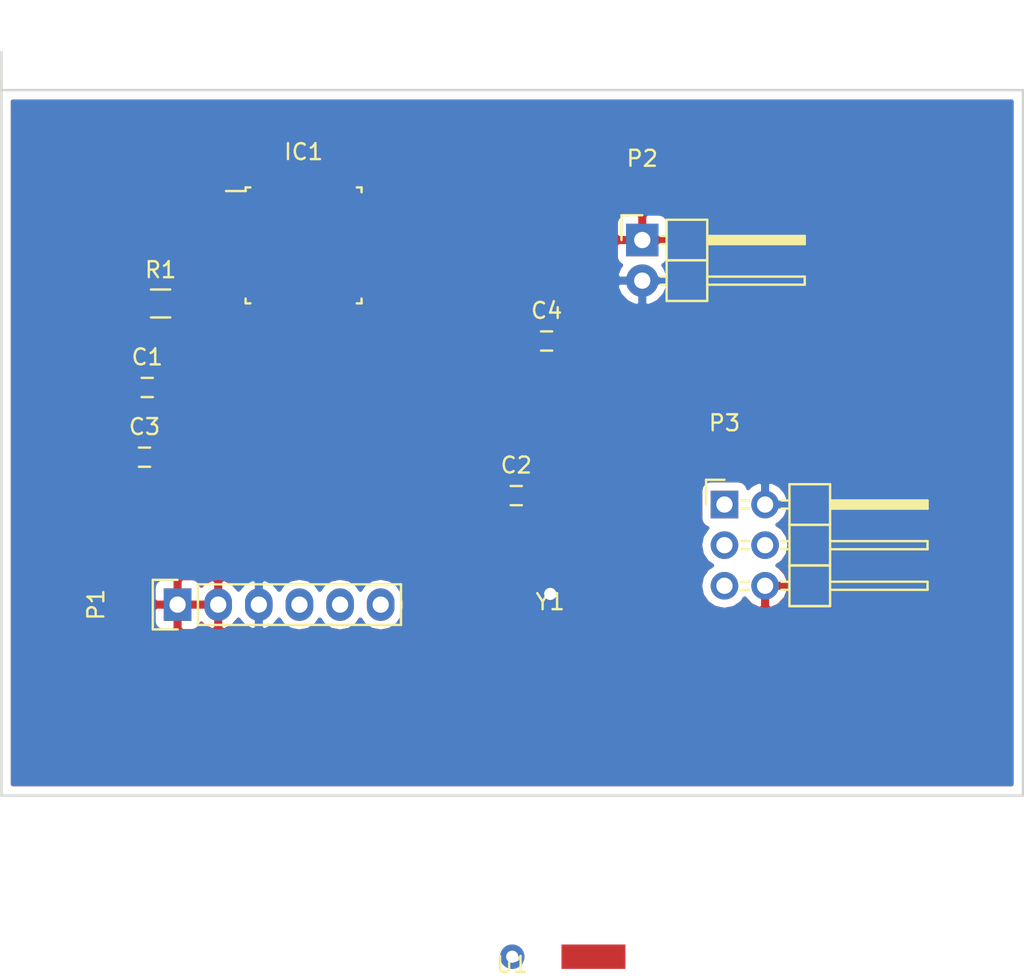
<source format=kicad_pcb>
(kicad_pcb (version 4) (host pcbnew 4.0.4-stable)

  (general
    (links 29)
    (no_connects 19)
    (area 107.714979 75.777019 171.738361 122.434421)
    (thickness 1.6)
    (drawings 6)
    (tracks 5)
    (zones 0)
    (modules 11)
    (nets 13)
  )

  (page A4)
  (layers
    (0 F.Cu signal)
    (31 B.Cu signal hide)
    (32 B.Adhes user)
    (33 F.Adhes user)
    (34 B.Paste user)
    (35 F.Paste user)
    (36 B.SilkS user)
    (37 F.SilkS user)
    (38 B.Mask user)
    (39 F.Mask user)
    (40 Dwgs.User user)
    (41 Cmts.User user)
    (42 Eco1.User user)
    (43 Eco2.User user)
    (44 Edge.Cuts user)
    (45 Margin user)
    (46 B.CrtYd user)
    (47 F.CrtYd user)
    (48 B.Fab user)
    (49 F.Fab user)
  )

  (setup
    (last_trace_width 0.25)
    (trace_clearance 0.2)
    (zone_clearance 0.508)
    (zone_45_only no)
    (trace_min 0.2)
    (segment_width 0.2)
    (edge_width 0.15)
    (via_size 0.6)
    (via_drill 0.4)
    (via_min_size 0.4)
    (via_min_drill 0.3)
    (uvia_size 0.3)
    (uvia_drill 0.1)
    (uvias_allowed no)
    (uvia_min_size 0.2)
    (uvia_min_drill 0.1)
    (pcb_text_width 0.3)
    (pcb_text_size 1.5 1.5)
    (mod_edge_width 0.15)
    (mod_text_size 1 1)
    (mod_text_width 0.15)
    (pad_size 1.524 1.524)
    (pad_drill 0.762)
    (pad_to_mask_clearance 0.2)
    (aux_axis_origin 0 0)
    (visible_elements FFFFFF7F)
    (pcbplotparams
      (layerselection 0x00030_80000001)
      (usegerberextensions false)
      (excludeedgelayer true)
      (linewidth 0.100000)
      (plotframeref false)
      (viasonmask false)
      (mode 1)
      (useauxorigin false)
      (hpglpennumber 1)
      (hpglpenspeed 20)
      (hpglpendiameter 15)
      (hpglpenoverlay 2)
      (psnegative false)
      (psa4output false)
      (plotreference true)
      (plotvalue true)
      (plotinvisibletext false)
      (padsonsilk false)
      (subtractmaskfromsilk false)
      (outputformat 1)
      (mirror false)
      (drillshape 1)
      (scaleselection 1)
      (outputdirectory ""))
  )

  (net 0 "")
  (net 1 "Net-(C1-Pad1)")
  (net 2 GND)
  (net 3 DTR)
  (net 4 RST)
  (net 5 "Net-(C3-Pad1)")
  (net 6 "Net-(C4-Pad1)")
  (net 7 VCC)
  (net 8 MOSI)
  (net 9 MISO)
  (net 10 SCK)
  (net 11 RXI)
  (net 12 TXO)

  (net_class Default "Ceci est la Netclass par défaut"
    (clearance 0.2)
    (trace_width 0.25)
    (via_dia 0.6)
    (via_drill 0.4)
    (uvia_dia 0.3)
    (uvia_drill 0.1)
    (add_net DTR)
    (add_net GND)
    (add_net MISO)
    (add_net MOSI)
    (add_net "Net-(C1-Pad1)")
    (add_net "Net-(C3-Pad1)")
    (add_net "Net-(C4-Pad1)")
    (add_net RST)
    (add_net RXI)
    (add_net SCK)
    (add_net TXO)
    (add_net VCC)
  )

  (module Capacitors_SMD:C_0603_HandSoldering (layer F.Cu) (tedit 541A9B4D) (tstamp 583217BF)
    (at 116.90096 96.84004)
    (descr "Capacitor SMD 0603, hand soldering")
    (tags "capacitor 0603")
    (path /582C40BD)
    (attr smd)
    (fp_text reference C1 (at 0 -1.9) (layer F.SilkS)
      (effects (font (size 1 1) (thickness 0.15)))
    )
    (fp_text value 0.1uF (at 0 1.9) (layer F.Fab)
      (effects (font (size 1 1) (thickness 0.15)))
    )
    (fp_line (start -0.8 0.4) (end -0.8 -0.4) (layer F.Fab) (width 0.15))
    (fp_line (start 0.8 0.4) (end -0.8 0.4) (layer F.Fab) (width 0.15))
    (fp_line (start 0.8 -0.4) (end 0.8 0.4) (layer F.Fab) (width 0.15))
    (fp_line (start -0.8 -0.4) (end 0.8 -0.4) (layer F.Fab) (width 0.15))
    (fp_line (start -1.85 -0.75) (end 1.85 -0.75) (layer F.CrtYd) (width 0.05))
    (fp_line (start -1.85 0.75) (end 1.85 0.75) (layer F.CrtYd) (width 0.05))
    (fp_line (start -1.85 -0.75) (end -1.85 0.75) (layer F.CrtYd) (width 0.05))
    (fp_line (start 1.85 -0.75) (end 1.85 0.75) (layer F.CrtYd) (width 0.05))
    (fp_line (start -0.35 -0.6) (end 0.35 -0.6) (layer F.SilkS) (width 0.15))
    (fp_line (start 0.35 0.6) (end -0.35 0.6) (layer F.SilkS) (width 0.15))
    (pad 1 smd rect (at -0.95 0) (size 1.2 0.75) (layers F.Cu F.Paste F.Mask)
      (net 1 "Net-(C1-Pad1)"))
    (pad 2 smd rect (at 0.95 0) (size 1.2 0.75) (layers F.Cu F.Paste F.Mask)
      (net 2 GND))
    (model Capacitors_SMD.3dshapes/C_0603_HandSoldering.wrl
      (at (xyz 0 0 0))
      (scale (xyz 1 1 1))
      (rotate (xyz 0 0 0))
    )
  )

  (module Capacitors_SMD:C_0603_HandSoldering (layer F.Cu) (tedit 541A9B4D) (tstamp 583217C5)
    (at 139.9794 103.60152)
    (descr "Capacitor SMD 0603, hand soldering")
    (tags "capacitor 0603")
    (path /582C5843)
    (attr smd)
    (fp_text reference C2 (at 0 -1.9) (layer F.SilkS)
      (effects (font (size 1 1) (thickness 0.15)))
    )
    (fp_text value 0.1uF (at 0 1.9) (layer F.Fab)
      (effects (font (size 1 1) (thickness 0.15)))
    )
    (fp_line (start -0.8 0.4) (end -0.8 -0.4) (layer F.Fab) (width 0.15))
    (fp_line (start 0.8 0.4) (end -0.8 0.4) (layer F.Fab) (width 0.15))
    (fp_line (start 0.8 -0.4) (end 0.8 0.4) (layer F.Fab) (width 0.15))
    (fp_line (start -0.8 -0.4) (end 0.8 -0.4) (layer F.Fab) (width 0.15))
    (fp_line (start -1.85 -0.75) (end 1.85 -0.75) (layer F.CrtYd) (width 0.05))
    (fp_line (start -1.85 0.75) (end 1.85 0.75) (layer F.CrtYd) (width 0.05))
    (fp_line (start -1.85 -0.75) (end -1.85 0.75) (layer F.CrtYd) (width 0.05))
    (fp_line (start 1.85 -0.75) (end 1.85 0.75) (layer F.CrtYd) (width 0.05))
    (fp_line (start -0.35 -0.6) (end 0.35 -0.6) (layer F.SilkS) (width 0.15))
    (fp_line (start 0.35 0.6) (end -0.35 0.6) (layer F.SilkS) (width 0.15))
    (pad 1 smd rect (at -0.95 0) (size 1.2 0.75) (layers F.Cu F.Paste F.Mask)
      (net 3 DTR))
    (pad 2 smd rect (at 0.95 0) (size 1.2 0.75) (layers F.Cu F.Paste F.Mask)
      (net 4 RST))
    (model Capacitors_SMD.3dshapes/C_0603_HandSoldering.wrl
      (at (xyz 0 0 0))
      (scale (xyz 1 1 1))
      (rotate (xyz 0 0 0))
    )
  )

  (module Capacitors_SMD:C_0603_HandSoldering (layer F.Cu) (tedit 541A9B4D) (tstamp 583217CB)
    (at 116.73332 101.19868)
    (descr "Capacitor SMD 0603, hand soldering")
    (tags "capacitor 0603")
    (path /582C4CCC)
    (attr smd)
    (fp_text reference C3 (at 0 -1.9) (layer F.SilkS)
      (effects (font (size 1 1) (thickness 0.15)))
    )
    (fp_text value 22pF (at 0 1.9) (layer F.Fab)
      (effects (font (size 1 1) (thickness 0.15)))
    )
    (fp_line (start -0.8 0.4) (end -0.8 -0.4) (layer F.Fab) (width 0.15))
    (fp_line (start 0.8 0.4) (end -0.8 0.4) (layer F.Fab) (width 0.15))
    (fp_line (start 0.8 -0.4) (end 0.8 0.4) (layer F.Fab) (width 0.15))
    (fp_line (start -0.8 -0.4) (end 0.8 -0.4) (layer F.Fab) (width 0.15))
    (fp_line (start -1.85 -0.75) (end 1.85 -0.75) (layer F.CrtYd) (width 0.05))
    (fp_line (start -1.85 0.75) (end 1.85 0.75) (layer F.CrtYd) (width 0.05))
    (fp_line (start -1.85 -0.75) (end -1.85 0.75) (layer F.CrtYd) (width 0.05))
    (fp_line (start 1.85 -0.75) (end 1.85 0.75) (layer F.CrtYd) (width 0.05))
    (fp_line (start -0.35 -0.6) (end 0.35 -0.6) (layer F.SilkS) (width 0.15))
    (fp_line (start 0.35 0.6) (end -0.35 0.6) (layer F.SilkS) (width 0.15))
    (pad 1 smd rect (at -0.95 0) (size 1.2 0.75) (layers F.Cu F.Paste F.Mask)
      (net 5 "Net-(C3-Pad1)"))
    (pad 2 smd rect (at 0.95 0) (size 1.2 0.75) (layers F.Cu F.Paste F.Mask)
      (net 2 GND))
    (model Capacitors_SMD.3dshapes/C_0603_HandSoldering.wrl
      (at (xyz 0 0 0))
      (scale (xyz 1 1 1))
      (rotate (xyz 0 0 0))
    )
  )

  (module Capacitors_SMD:C_0603_HandSoldering (layer F.Cu) (tedit 541A9B4D) (tstamp 583217D1)
    (at 141.87932 93.93428)
    (descr "Capacitor SMD 0603, hand soldering")
    (tags "capacitor 0603")
    (path /582C4C49)
    (attr smd)
    (fp_text reference C4 (at 0 -1.9) (layer F.SilkS)
      (effects (font (size 1 1) (thickness 0.15)))
    )
    (fp_text value 22pF (at 0 1.9) (layer F.Fab)
      (effects (font (size 1 1) (thickness 0.15)))
    )
    (fp_line (start -0.8 0.4) (end -0.8 -0.4) (layer F.Fab) (width 0.15))
    (fp_line (start 0.8 0.4) (end -0.8 0.4) (layer F.Fab) (width 0.15))
    (fp_line (start 0.8 -0.4) (end 0.8 0.4) (layer F.Fab) (width 0.15))
    (fp_line (start -0.8 -0.4) (end 0.8 -0.4) (layer F.Fab) (width 0.15))
    (fp_line (start -1.85 -0.75) (end 1.85 -0.75) (layer F.CrtYd) (width 0.05))
    (fp_line (start -1.85 0.75) (end 1.85 0.75) (layer F.CrtYd) (width 0.05))
    (fp_line (start -1.85 -0.75) (end -1.85 0.75) (layer F.CrtYd) (width 0.05))
    (fp_line (start 1.85 -0.75) (end 1.85 0.75) (layer F.CrtYd) (width 0.05))
    (fp_line (start -0.35 -0.6) (end 0.35 -0.6) (layer F.SilkS) (width 0.15))
    (fp_line (start 0.35 0.6) (end -0.35 0.6) (layer F.SilkS) (width 0.15))
    (pad 1 smd rect (at -0.95 0) (size 1.2 0.75) (layers F.Cu F.Paste F.Mask)
      (net 6 "Net-(C4-Pad1)"))
    (pad 2 smd rect (at 0.95 0) (size 1.2 0.75) (layers F.Cu F.Paste F.Mask)
      (net 2 GND))
    (model Capacitors_SMD.3dshapes/C_0603_HandSoldering.wrl
      (at (xyz 0 0 0))
      (scale (xyz 1 1 1))
      (rotate (xyz 0 0 0))
    )
  )

  (module Housings_QFP:LQFP-32_7x7mm_Pitch0.8mm (layer F.Cu) (tedit 54130A77) (tstamp 583217F5)
    (at 126.67996 87.95512)
    (descr "LQFP32: plastic low profile quad flat package; 32 leads; body 7 x 7 x 1.4 mm (see NXP sot358-1_po.pdf and sot358-1_fr.pdf)")
    (tags "QFP 0.8")
    (path /582C3E6D)
    (attr smd)
    (fp_text reference IC1 (at 0 -5.85) (layer F.SilkS)
      (effects (font (size 1 1) (thickness 0.15)))
    )
    (fp_text value ATMEGA328-A (at 0 5.85) (layer F.Fab)
      (effects (font (size 1 1) (thickness 0.15)))
    )
    (fp_text user %R (at 0 0) (layer F.Fab)
      (effects (font (size 1 1) (thickness 0.15)))
    )
    (fp_line (start -2.5 -3.5) (end 3.5 -3.5) (layer F.Fab) (width 0.15))
    (fp_line (start 3.5 -3.5) (end 3.5 3.5) (layer F.Fab) (width 0.15))
    (fp_line (start 3.5 3.5) (end -3.5 3.5) (layer F.Fab) (width 0.15))
    (fp_line (start -3.5 3.5) (end -3.5 -2.5) (layer F.Fab) (width 0.15))
    (fp_line (start -3.5 -2.5) (end -2.5 -3.5) (layer F.Fab) (width 0.15))
    (fp_line (start -5.1 -5.1) (end -5.1 5.1) (layer F.CrtYd) (width 0.05))
    (fp_line (start 5.1 -5.1) (end 5.1 5.1) (layer F.CrtYd) (width 0.05))
    (fp_line (start -5.1 -5.1) (end 5.1 -5.1) (layer F.CrtYd) (width 0.05))
    (fp_line (start -5.1 5.1) (end 5.1 5.1) (layer F.CrtYd) (width 0.05))
    (fp_line (start -3.625 -3.625) (end -3.625 -3.4) (layer F.SilkS) (width 0.15))
    (fp_line (start 3.625 -3.625) (end 3.625 -3.325) (layer F.SilkS) (width 0.15))
    (fp_line (start 3.625 3.625) (end 3.625 3.325) (layer F.SilkS) (width 0.15))
    (fp_line (start -3.625 3.625) (end -3.625 3.325) (layer F.SilkS) (width 0.15))
    (fp_line (start -3.625 -3.625) (end -3.325 -3.625) (layer F.SilkS) (width 0.15))
    (fp_line (start -3.625 3.625) (end -3.325 3.625) (layer F.SilkS) (width 0.15))
    (fp_line (start 3.625 3.625) (end 3.325 3.625) (layer F.SilkS) (width 0.15))
    (fp_line (start 3.625 -3.625) (end 3.325 -3.625) (layer F.SilkS) (width 0.15))
    (fp_line (start -3.625 -3.4) (end -4.85 -3.4) (layer F.SilkS) (width 0.15))
    (pad 1 smd rect (at -4.25 -2.8) (size 1.2 0.6) (layers F.Cu F.Paste F.Mask))
    (pad 2 smd rect (at -4.25 -2) (size 1.2 0.6) (layers F.Cu F.Paste F.Mask))
    (pad 3 smd rect (at -4.25 -1.2) (size 1.2 0.6) (layers F.Cu F.Paste F.Mask)
      (net 2 GND))
    (pad 4 smd rect (at -4.25 -0.4) (size 1.2 0.6) (layers F.Cu F.Paste F.Mask)
      (net 7 VCC))
    (pad 5 smd rect (at -4.25 0.4) (size 1.2 0.6) (layers F.Cu F.Paste F.Mask)
      (net 2 GND))
    (pad 6 smd rect (at -4.25 1.2) (size 1.2 0.6) (layers F.Cu F.Paste F.Mask)
      (net 7 VCC))
    (pad 7 smd rect (at -4.25 2) (size 1.2 0.6) (layers F.Cu F.Paste F.Mask)
      (net 5 "Net-(C3-Pad1)"))
    (pad 8 smd rect (at -4.25 2.8) (size 1.2 0.6) (layers F.Cu F.Paste F.Mask)
      (net 6 "Net-(C4-Pad1)"))
    (pad 9 smd rect (at -2.8 4.25 90) (size 1.2 0.6) (layers F.Cu F.Paste F.Mask))
    (pad 10 smd rect (at -2 4.25 90) (size 1.2 0.6) (layers F.Cu F.Paste F.Mask))
    (pad 11 smd rect (at -1.2 4.25 90) (size 1.2 0.6) (layers F.Cu F.Paste F.Mask))
    (pad 12 smd rect (at -0.4 4.25 90) (size 1.2 0.6) (layers F.Cu F.Paste F.Mask))
    (pad 13 smd rect (at 0.4 4.25 90) (size 1.2 0.6) (layers F.Cu F.Paste F.Mask))
    (pad 14 smd rect (at 1.2 4.25 90) (size 1.2 0.6) (layers F.Cu F.Paste F.Mask))
    (pad 15 smd rect (at 2 4.25 90) (size 1.2 0.6) (layers F.Cu F.Paste F.Mask)
      (net 8 MOSI))
    (pad 16 smd rect (at 2.8 4.25 90) (size 1.2 0.6) (layers F.Cu F.Paste F.Mask)
      (net 9 MISO))
    (pad 17 smd rect (at 4.25 2.8) (size 1.2 0.6) (layers F.Cu F.Paste F.Mask)
      (net 10 SCK))
    (pad 18 smd rect (at 4.25 2) (size 1.2 0.6) (layers F.Cu F.Paste F.Mask)
      (net 7 VCC))
    (pad 19 smd rect (at 4.25 1.2) (size 1.2 0.6) (layers F.Cu F.Paste F.Mask))
    (pad 20 smd rect (at 4.25 0.4) (size 1.2 0.6) (layers F.Cu F.Paste F.Mask)
      (net 1 "Net-(C1-Pad1)"))
    (pad 21 smd rect (at 4.25 -0.4) (size 1.2 0.6) (layers F.Cu F.Paste F.Mask)
      (net 2 GND))
    (pad 22 smd rect (at 4.25 -1.2) (size 1.2 0.6) (layers F.Cu F.Paste F.Mask))
    (pad 23 smd rect (at 4.25 -2) (size 1.2 0.6) (layers F.Cu F.Paste F.Mask))
    (pad 24 smd rect (at 4.25 -2.8) (size 1.2 0.6) (layers F.Cu F.Paste F.Mask))
    (pad 25 smd rect (at 2.8 -4.25 90) (size 1.2 0.6) (layers F.Cu F.Paste F.Mask))
    (pad 26 smd rect (at 2 -4.25 90) (size 1.2 0.6) (layers F.Cu F.Paste F.Mask))
    (pad 27 smd rect (at 1.2 -4.25 90) (size 1.2 0.6) (layers F.Cu F.Paste F.Mask))
    (pad 28 smd rect (at 0.4 -4.25 90) (size 1.2 0.6) (layers F.Cu F.Paste F.Mask))
    (pad 29 smd rect (at -0.4 -4.25 90) (size 1.2 0.6) (layers F.Cu F.Paste F.Mask)
      (net 4 RST))
    (pad 30 smd rect (at -1.2 -4.25 90) (size 1.2 0.6) (layers F.Cu F.Paste F.Mask)
      (net 11 RXI))
    (pad 31 smd rect (at -2 -4.25 90) (size 1.2 0.6) (layers F.Cu F.Paste F.Mask)
      (net 12 TXO))
    (pad 32 smd rect (at -2.8 -4.25 90) (size 1.2 0.6) (layers F.Cu F.Paste F.Mask))
    (model Housings_QFP.3dshapes/LQFP-32_7x7mm_Pitch0.8mm.wrl
      (at (xyz 0 0 0))
      (scale (xyz 1 1 1))
      (rotate (xyz 0 0 0))
    )
  )

  (module Pin_Headers:Pin_Header_Straight_1x06 (layer F.Cu) (tedit 0) (tstamp 583217FF)
    (at 118.80088 110.41888 90)
    (descr "Through hole pin header")
    (tags "pin header")
    (path /582C6145)
    (fp_text reference P1 (at 0 -5.1 90) (layer F.SilkS)
      (effects (font (size 1 1) (thickness 0.15)))
    )
    (fp_text value CONN_01X06 (at 0 -3.1 90) (layer F.Fab)
      (effects (font (size 1 1) (thickness 0.15)))
    )
    (fp_line (start -1.75 -1.75) (end -1.75 14.45) (layer F.CrtYd) (width 0.05))
    (fp_line (start 1.75 -1.75) (end 1.75 14.45) (layer F.CrtYd) (width 0.05))
    (fp_line (start -1.75 -1.75) (end 1.75 -1.75) (layer F.CrtYd) (width 0.05))
    (fp_line (start -1.75 14.45) (end 1.75 14.45) (layer F.CrtYd) (width 0.05))
    (fp_line (start 1.27 1.27) (end 1.27 13.97) (layer F.SilkS) (width 0.15))
    (fp_line (start 1.27 13.97) (end -1.27 13.97) (layer F.SilkS) (width 0.15))
    (fp_line (start -1.27 13.97) (end -1.27 1.27) (layer F.SilkS) (width 0.15))
    (fp_line (start 1.55 -1.55) (end 1.55 0) (layer F.SilkS) (width 0.15))
    (fp_line (start 1.27 1.27) (end -1.27 1.27) (layer F.SilkS) (width 0.15))
    (fp_line (start -1.55 0) (end -1.55 -1.55) (layer F.SilkS) (width 0.15))
    (fp_line (start -1.55 -1.55) (end 1.55 -1.55) (layer F.SilkS) (width 0.15))
    (pad 1 thru_hole rect (at 0 0 90) (size 2.032 1.7272) (drill 1.016) (layers *.Cu *.Mask)
      (net 2 GND))
    (pad 2 thru_hole oval (at 0 2.54 90) (size 2.032 1.7272) (drill 1.016) (layers *.Cu *.Mask)
      (net 2 GND))
    (pad 3 thru_hole oval (at 0 5.08 90) (size 2.032 1.7272) (drill 1.016) (layers *.Cu *.Mask)
      (net 7 VCC))
    (pad 4 thru_hole oval (at 0 7.62 90) (size 2.032 1.7272) (drill 1.016) (layers *.Cu *.Mask)
      (net 11 RXI))
    (pad 5 thru_hole oval (at 0 10.16 90) (size 2.032 1.7272) (drill 1.016) (layers *.Cu *.Mask)
      (net 12 TXO))
    (pad 6 thru_hole oval (at 0 12.7 90) (size 2.032 1.7272) (drill 1.016) (layers *.Cu *.Mask)
      (net 3 DTR))
    (model Pin_Headers.3dshapes/Pin_Header_Straight_1x06.wrl
      (at (xyz 0 -0.25 0))
      (scale (xyz 1 1 1))
      (rotate (xyz 0 0 90))
    )
  )

  (module Pin_Headers:Pin_Header_Angled_1x02 (layer F.Cu) (tedit 0) (tstamp 58321805)
    (at 147.85848 87.61984)
    (descr "Through hole pin header")
    (tags "pin header")
    (path /582C77AE)
    (fp_text reference P2 (at 0 -5.1) (layer F.SilkS)
      (effects (font (size 1 1) (thickness 0.15)))
    )
    (fp_text value CONN_01X02 (at 0 -3.1) (layer F.Fab)
      (effects (font (size 1 1) (thickness 0.15)))
    )
    (fp_line (start -1.5 -1.75) (end -1.5 4.3) (layer F.CrtYd) (width 0.05))
    (fp_line (start 10.65 -1.75) (end 10.65 4.3) (layer F.CrtYd) (width 0.05))
    (fp_line (start -1.5 -1.75) (end 10.65 -1.75) (layer F.CrtYd) (width 0.05))
    (fp_line (start -1.5 4.3) (end 10.65 4.3) (layer F.CrtYd) (width 0.05))
    (fp_line (start -1.3 -1.55) (end -1.3 0) (layer F.SilkS) (width 0.15))
    (fp_line (start 0 -1.55) (end -1.3 -1.55) (layer F.SilkS) (width 0.15))
    (fp_line (start 4.191 -0.127) (end 10.033 -0.127) (layer F.SilkS) (width 0.15))
    (fp_line (start 10.033 -0.127) (end 10.033 0.127) (layer F.SilkS) (width 0.15))
    (fp_line (start 10.033 0.127) (end 4.191 0.127) (layer F.SilkS) (width 0.15))
    (fp_line (start 4.191 0.127) (end 4.191 0) (layer F.SilkS) (width 0.15))
    (fp_line (start 4.191 0) (end 10.033 0) (layer F.SilkS) (width 0.15))
    (fp_line (start 1.524 -0.254) (end 1.143 -0.254) (layer F.SilkS) (width 0.15))
    (fp_line (start 1.524 0.254) (end 1.143 0.254) (layer F.SilkS) (width 0.15))
    (fp_line (start 1.524 2.286) (end 1.143 2.286) (layer F.SilkS) (width 0.15))
    (fp_line (start 1.524 2.794) (end 1.143 2.794) (layer F.SilkS) (width 0.15))
    (fp_line (start 1.524 -1.27) (end 4.064 -1.27) (layer F.SilkS) (width 0.15))
    (fp_line (start 1.524 1.27) (end 4.064 1.27) (layer F.SilkS) (width 0.15))
    (fp_line (start 1.524 1.27) (end 1.524 3.81) (layer F.SilkS) (width 0.15))
    (fp_line (start 1.524 3.81) (end 4.064 3.81) (layer F.SilkS) (width 0.15))
    (fp_line (start 4.064 2.286) (end 10.16 2.286) (layer F.SilkS) (width 0.15))
    (fp_line (start 10.16 2.286) (end 10.16 2.794) (layer F.SilkS) (width 0.15))
    (fp_line (start 10.16 2.794) (end 4.064 2.794) (layer F.SilkS) (width 0.15))
    (fp_line (start 4.064 3.81) (end 4.064 1.27) (layer F.SilkS) (width 0.15))
    (fp_line (start 4.064 1.27) (end 4.064 -1.27) (layer F.SilkS) (width 0.15))
    (fp_line (start 10.16 0.254) (end 4.064 0.254) (layer F.SilkS) (width 0.15))
    (fp_line (start 10.16 -0.254) (end 10.16 0.254) (layer F.SilkS) (width 0.15))
    (fp_line (start 4.064 -0.254) (end 10.16 -0.254) (layer F.SilkS) (width 0.15))
    (fp_line (start 1.524 1.27) (end 4.064 1.27) (layer F.SilkS) (width 0.15))
    (fp_line (start 1.524 -1.27) (end 1.524 1.27) (layer F.SilkS) (width 0.15))
    (pad 1 thru_hole rect (at 0 0) (size 2.032 2.032) (drill 1.016) (layers *.Cu *.Mask)
      (net 2 GND))
    (pad 2 thru_hole oval (at 0 2.54) (size 2.032 2.032) (drill 1.016) (layers *.Cu *.Mask)
      (net 7 VCC))
    (model Pin_Headers.3dshapes/Pin_Header_Angled_1x02.wrl
      (at (xyz 0 -0.05 0))
      (scale (xyz 1 1 1))
      (rotate (xyz 0 0 90))
    )
  )

  (module Pin_Headers:Pin_Header_Angled_2x03 (layer F.Cu) (tedit 0) (tstamp 5832180F)
    (at 152.99944 104.16032)
    (descr "Through hole pin header")
    (tags "pin header")
    (path /582C8361)
    (fp_text reference P3 (at 0 -5.1) (layer F.SilkS)
      (effects (font (size 1 1) (thickness 0.15)))
    )
    (fp_text value CONN_02X03 (at 0 -3.1) (layer F.Fab)
      (effects (font (size 1 1) (thickness 0.15)))
    )
    (fp_line (start -1.35 -1.75) (end -1.35 6.85) (layer F.CrtYd) (width 0.05))
    (fp_line (start 13.2 -1.75) (end 13.2 6.85) (layer F.CrtYd) (width 0.05))
    (fp_line (start -1.35 -1.75) (end 13.2 -1.75) (layer F.CrtYd) (width 0.05))
    (fp_line (start -1.35 6.85) (end 13.2 6.85) (layer F.CrtYd) (width 0.05))
    (fp_line (start 1.524 5.334) (end 1.016 5.334) (layer F.SilkS) (width 0.15))
    (fp_line (start 1.524 4.826) (end 1.016 4.826) (layer F.SilkS) (width 0.15))
    (fp_line (start 1.524 2.794) (end 1.016 2.794) (layer F.SilkS) (width 0.15))
    (fp_line (start 1.524 2.286) (end 1.016 2.286) (layer F.SilkS) (width 0.15))
    (fp_line (start 1.524 0.254) (end 1.016 0.254) (layer F.SilkS) (width 0.15))
    (fp_line (start 1.524 -0.254) (end 1.016 -0.254) (layer F.SilkS) (width 0.15))
    (fp_line (start 4.064 2.286) (end 3.556 2.286) (layer F.SilkS) (width 0.15))
    (fp_line (start 4.064 2.794) (end 3.556 2.794) (layer F.SilkS) (width 0.15))
    (fp_line (start 4.064 4.826) (end 3.556 4.826) (layer F.SilkS) (width 0.15))
    (fp_line (start 4.064 5.334) (end 3.556 5.334) (layer F.SilkS) (width 0.15))
    (fp_line (start 4.064 -0.254) (end 3.556 -0.254) (layer F.SilkS) (width 0.15))
    (fp_line (start 4.064 0.254) (end 3.556 0.254) (layer F.SilkS) (width 0.15))
    (fp_line (start 0 -1.55) (end -1.15 -1.55) (layer F.SilkS) (width 0.15))
    (fp_line (start -1.15 -1.55) (end -1.15 0) (layer F.SilkS) (width 0.15))
    (fp_line (start 6.604 -0.127) (end 12.573 -0.127) (layer F.SilkS) (width 0.15))
    (fp_line (start 12.573 -0.127) (end 12.573 0.127) (layer F.SilkS) (width 0.15))
    (fp_line (start 12.573 0.127) (end 6.731 0.127) (layer F.SilkS) (width 0.15))
    (fp_line (start 6.731 0.127) (end 6.731 0) (layer F.SilkS) (width 0.15))
    (fp_line (start 6.731 0) (end 12.573 0) (layer F.SilkS) (width 0.15))
    (fp_line (start 4.064 1.27) (end 4.064 3.81) (layer F.SilkS) (width 0.15))
    (fp_line (start 4.064 3.81) (end 6.604 3.81) (layer F.SilkS) (width 0.15))
    (fp_line (start 6.604 2.286) (end 12.7 2.286) (layer F.SilkS) (width 0.15))
    (fp_line (start 12.7 2.286) (end 12.7 2.794) (layer F.SilkS) (width 0.15))
    (fp_line (start 12.7 2.794) (end 6.604 2.794) (layer F.SilkS) (width 0.15))
    (fp_line (start 6.604 3.81) (end 6.604 1.27) (layer F.SilkS) (width 0.15))
    (fp_line (start 4.064 6.35) (end 6.604 6.35) (layer F.SilkS) (width 0.15))
    (fp_line (start 6.604 6.35) (end 6.604 3.81) (layer F.SilkS) (width 0.15))
    (fp_line (start 12.7 5.334) (end 6.604 5.334) (layer F.SilkS) (width 0.15))
    (fp_line (start 12.7 4.826) (end 12.7 5.334) (layer F.SilkS) (width 0.15))
    (fp_line (start 6.604 4.826) (end 12.7 4.826) (layer F.SilkS) (width 0.15))
    (fp_line (start 4.064 6.35) (end 6.604 6.35) (layer F.SilkS) (width 0.15))
    (fp_line (start 4.064 3.81) (end 4.064 6.35) (layer F.SilkS) (width 0.15))
    (fp_line (start 4.064 3.81) (end 6.604 3.81) (layer F.SilkS) (width 0.15))
    (fp_line (start 4.064 1.27) (end 6.604 1.27) (layer F.SilkS) (width 0.15))
    (fp_line (start 6.604 1.27) (end 6.604 -1.27) (layer F.SilkS) (width 0.15))
    (fp_line (start 12.7 0.254) (end 6.604 0.254) (layer F.SilkS) (width 0.15))
    (fp_line (start 12.7 -0.254) (end 12.7 0.254) (layer F.SilkS) (width 0.15))
    (fp_line (start 6.604 -0.254) (end 12.7 -0.254) (layer F.SilkS) (width 0.15))
    (fp_line (start 4.064 1.27) (end 6.604 1.27) (layer F.SilkS) (width 0.15))
    (fp_line (start 4.064 -1.27) (end 4.064 1.27) (layer F.SilkS) (width 0.15))
    (fp_line (start 4.064 -1.27) (end 6.604 -1.27) (layer F.SilkS) (width 0.15))
    (pad 1 thru_hole rect (at 0 0) (size 1.7272 1.7272) (drill 1.016) (layers *.Cu *.Mask)
      (net 9 MISO))
    (pad 2 thru_hole oval (at 2.54 0) (size 1.7272 1.7272) (drill 1.016) (layers *.Cu *.Mask)
      (net 7 VCC))
    (pad 3 thru_hole oval (at 0 2.54) (size 1.7272 1.7272) (drill 1.016) (layers *.Cu *.Mask)
      (net 10 SCK))
    (pad 4 thru_hole oval (at 2.54 2.54) (size 1.7272 1.7272) (drill 1.016) (layers *.Cu *.Mask)
      (net 8 MOSI))
    (pad 5 thru_hole oval (at 0 5.08) (size 1.7272 1.7272) (drill 1.016) (layers *.Cu *.Mask)
      (net 4 RST))
    (pad 6 thru_hole oval (at 2.54 5.08) (size 1.7272 1.7272) (drill 1.016) (layers *.Cu *.Mask)
      (net 2 GND))
    (model Pin_Headers.3dshapes/Pin_Header_Angled_2x03.wrl
      (at (xyz 0.05 -0.1 0))
      (scale (xyz 1 1 1))
      (rotate (xyz 0 0 90))
    )
  )

  (module Resistors_SMD:R_0805_HandSoldering (layer F.Cu) (tedit 54189DEE) (tstamp 58321815)
    (at 117.73916 91.58732)
    (descr "Resistor SMD 0805, hand soldering")
    (tags "resistor 0805")
    (path /582C58A6)
    (attr smd)
    (fp_text reference R1 (at 0 -2.1) (layer F.SilkS)
      (effects (font (size 1 1) (thickness 0.15)))
    )
    (fp_text value 10K (at 0 2.1) (layer F.Fab)
      (effects (font (size 1 1) (thickness 0.15)))
    )
    (fp_line (start -2.4 -1) (end 2.4 -1) (layer F.CrtYd) (width 0.05))
    (fp_line (start -2.4 1) (end 2.4 1) (layer F.CrtYd) (width 0.05))
    (fp_line (start -2.4 -1) (end -2.4 1) (layer F.CrtYd) (width 0.05))
    (fp_line (start 2.4 -1) (end 2.4 1) (layer F.CrtYd) (width 0.05))
    (fp_line (start 0.6 0.875) (end -0.6 0.875) (layer F.SilkS) (width 0.15))
    (fp_line (start -0.6 -0.875) (end 0.6 -0.875) (layer F.SilkS) (width 0.15))
    (pad 1 smd rect (at -1.35 0) (size 1.5 1.3) (layers F.Cu F.Paste F.Mask)
      (net 7 VCC))
    (pad 2 smd rect (at 1.35 0) (size 1.5 1.3) (layers F.Cu F.Paste F.Mask)
      (net 4 RST))
    (model Resistors_SMD.3dshapes/R_0805_HandSoldering.wrl
      (at (xyz 0 0 0))
      (scale (xyz 1 1 1))
      (rotate (xyz 0 0 0))
    )
  )

  (module calaos_mysensors_gateway:test_empreinte (layer F.Cu) (tedit 58321BE5) (tstamp 58321D02)
    (at 139.72667 132.434421)
    (path /58321B36)
    (fp_text reference U1 (at 0 0.5) (layer F.SilkS)
      (effects (font (size 1 1) (thickness 0.15)))
    )
    (fp_text value Test (at 0 -0.5) (layer F.Fab)
      (effects (font (size 1 1) (thickness 0.15)))
    )
    (pad 1 thru_hole circle (at 0 0) (size 1.524 1.524) (drill 0.762) (layers *.Cu *.Mask))
    (pad 2 smd rect (at 5.08 0) (size 4 1.524) (layers F.Cu F.Paste F.Mask))
  )

  (module calaos_mysensors_gateway:test_empreinte (layer F.Cu) (tedit 58321BE5) (tstamp 58321D03)
    (at 142.10284 109.74832)
    (path /582C40FA)
    (fp_text reference Y1 (at 0 0.5) (layer F.SilkS)
      (effects (font (size 1 1) (thickness 0.15)))
    )
    (fp_text value Crystal (at 0 -0.5) (layer F.Fab)
      (effects (font (size 1 1) (thickness 0.15)))
    )
    (pad 1 thru_hole circle (at 0 0) (size 1.524 1.524) (drill 0.762) (layers *.Cu *.Mask)
      (net 5 "Net-(C3-Pad1)"))
    (pad 2 smd rect (at 5.08 0) (size 4 1.524) (layers F.Cu F.Paste F.Mask)
      (net 6 "Net-(C4-Pad1)"))
  )

  (gr_line (start 107.78998 78.24724) (end 107.78998 75.85202) (angle 90) (layer Edge.Cuts) (width 0.15))
  (gr_line (start 171.66336 78.24724) (end 107.78998 78.24724) (angle 90) (layer Edge.Cuts) (width 0.15))
  (gr_line (start 171.66336 122.35942) (end 171.66336 78.24724) (angle 90) (layer Edge.Cuts) (width 0.15))
  (gr_line (start 107.78998 122.35942) (end 171.66336 122.35942) (angle 90) (layer Edge.Cuts) (width 0.15))
  (gr_line (start 107.78998 77.6478) (end 107.78998 122.35942) (angle 90) (layer Edge.Cuts) (width 0.15))
  (gr_line (start 108.50626 73.52284) (end 108.50626 72.71004) (angle 90) (layer F.Fab) (width 0.2))

  (segment (start 130.92996 87.55512) (end 147.79376 87.55512) (width 0.25) (layer F.Cu) (net 2))
  (segment (start 147.79376 87.55512) (end 147.85848 87.61984) (width 0.25) (layer F.Cu) (net 2) (tstamp 583219B4))
  (segment (start 140.92932 93.93428) (end 140.92932 97.54612) (width 0.25) (layer F.Cu) (net 6))
  (segment (start 146.9517 103.5685) (end 146.9517 109.74832) (width 0.25) (layer F.Cu) (net 6) (tstamp 583219C9))
  (segment (start 140.92932 97.54612) (end 146.9517 103.5685) (width 0.25) (layer F.Cu) (net 6) (tstamp 583219C5))

  (zone (net 2) (net_name GND) (layer F.Cu) (tstamp 583218C2) (hatch edge 0.508)
    (connect_pads (clearance 0.508))
    (min_thickness 0.254)
    (fill yes (arc_segments 16) (thermal_gap 0.508) (thermal_bridge_width 0.508))
    (polygon
      (pts
        (xy 107.696 78.486) (xy 107.696 122.301) (xy 171.45 122.428) (xy 171.323 78.232) (xy 107.696 78.359)
      )
    )
    (filled_polygon
      (pts
        (xy 170.95336 121.64942) (xy 108.49998 121.64942) (xy 108.49998 110.70463) (xy 117.30228 110.70463) (xy 117.30228 111.561189)
        (xy 117.398953 111.794578) (xy 117.577581 111.973207) (xy 117.81097 112.06988) (xy 118.51513 112.06988) (xy 118.67388 111.91113)
        (xy 118.67388 110.54588) (xy 118.92788 110.54588) (xy 118.92788 111.91113) (xy 119.08663 112.06988) (xy 119.79079 112.06988)
        (xy 120.024179 111.973207) (xy 120.202807 111.794578) (xy 120.284639 111.597019) (xy 120.438844 111.769612) (xy 120.966089 112.023589)
        (xy 120.981854 112.026238) (xy 121.21388 111.905097) (xy 121.21388 110.54588) (xy 118.92788 110.54588) (xy 118.67388 110.54588)
        (xy 117.46103 110.54588) (xy 117.30228 110.70463) (xy 108.49998 110.70463) (xy 108.49998 109.276571) (xy 117.30228 109.276571)
        (xy 117.30228 110.13313) (xy 117.46103 110.29188) (xy 118.67388 110.29188) (xy 118.67388 108.92663) (xy 118.92788 108.92663)
        (xy 118.92788 110.29188) (xy 121.21388 110.29188) (xy 121.21388 108.932663) (xy 121.46788 108.932663) (xy 121.46788 110.29188)
        (xy 121.48788 110.29188) (xy 121.48788 110.54588) (xy 121.46788 110.54588) (xy 121.46788 111.905097) (xy 121.699906 112.026238)
        (xy 121.715671 112.023589) (xy 122.242916 111.769612) (xy 122.614419 111.353811) (xy 122.82121 111.663295) (xy 123.307391 111.988151)
        (xy 123.88088 112.102225) (xy 124.454369 111.988151) (xy 124.94055 111.663295) (xy 125.15088 111.348514) (xy 125.36121 111.663295)
        (xy 125.847391 111.988151) (xy 126.42088 112.102225) (xy 126.994369 111.988151) (xy 127.48055 111.663295) (xy 127.69088 111.348514)
        (xy 127.90121 111.663295) (xy 128.387391 111.988151) (xy 128.96088 112.102225) (xy 129.534369 111.988151) (xy 130.02055 111.663295)
        (xy 130.23088 111.348514) (xy 130.44121 111.663295) (xy 130.927391 111.988151) (xy 131.50088 112.102225) (xy 132.074369 111.988151)
        (xy 132.56055 111.663295) (xy 132.885406 111.177114) (xy 132.99948 110.603625) (xy 132.99948 110.234135) (xy 132.885406 109.660646)
        (xy 132.56055 109.174465) (xy 132.074369 108.849609) (xy 131.50088 108.735535) (xy 130.927391 108.849609) (xy 130.44121 109.174465)
        (xy 130.23088 109.489246) (xy 130.02055 109.174465) (xy 129.534369 108.849609) (xy 128.96088 108.735535) (xy 128.387391 108.849609)
        (xy 127.90121 109.174465) (xy 127.69088 109.489246) (xy 127.48055 109.174465) (xy 126.994369 108.849609) (xy 126.42088 108.735535)
        (xy 125.847391 108.849609) (xy 125.36121 109.174465) (xy 125.15088 109.489246) (xy 124.94055 109.174465) (xy 124.454369 108.849609)
        (xy 123.88088 108.735535) (xy 123.307391 108.849609) (xy 122.82121 109.174465) (xy 122.614419 109.483949) (xy 122.242916 109.068148)
        (xy 121.715671 108.814171) (xy 121.699906 108.811522) (xy 121.46788 108.932663) (xy 121.21388 108.932663) (xy 120.981854 108.811522)
        (xy 120.966089 108.814171) (xy 120.438844 109.068148) (xy 120.284639 109.240741) (xy 120.202807 109.043182) (xy 120.024179 108.864553)
        (xy 119.79079 108.76788) (xy 119.08663 108.76788) (xy 118.92788 108.92663) (xy 118.67388 108.92663) (xy 118.51513 108.76788)
        (xy 117.81097 108.76788) (xy 117.577581 108.864553) (xy 117.398953 109.043182) (xy 117.30228 109.276571) (xy 108.49998 109.276571)
        (xy 108.49998 108.69803) (xy 133.80619 108.69803) (xy 133.80619 110.79861) (xy 133.850468 111.033927) (xy 133.98954 111.250051)
        (xy 134.20174 111.395041) (xy 134.45363 111.44605) (xy 140.05433 111.44605) (xy 140.289647 111.401772) (xy 140.505771 111.2627)
        (xy 140.650761 111.0505) (xy 140.70177 110.79861) (xy 140.70177 108.69803) (xy 140.657492 108.462713) (xy 140.51842 108.246589)
        (xy 140.30622 108.101599) (xy 140.05433 108.05059) (xy 134.45363 108.05059) (xy 134.218313 108.094868) (xy 134.002189 108.23394)
        (xy 133.857199 108.44614) (xy 133.80619 108.69803) (xy 108.49998 108.69803) (xy 108.49998 103.22652) (xy 137.78196 103.22652)
        (xy 137.78196 103.97652) (xy 137.826238 104.211837) (xy 137.96531 104.427961) (xy 138.17751 104.572951) (xy 138.4294 104.62396)
        (xy 139.6294 104.62396) (xy 139.864717 104.579682) (xy 139.979378 104.5059) (xy 140.07751 104.572951) (xy 140.3294 104.62396)
        (xy 141.5294 104.62396) (xy 141.764717 104.579682) (xy 141.980841 104.44061) (xy 142.125831 104.22841) (xy 142.17684 103.97652)
        (xy 142.17684 103.22652) (xy 142.132562 102.991203) (xy 141.99349 102.775079) (xy 141.78129 102.630089) (xy 141.5294 102.57908)
        (xy 140.3294 102.57908) (xy 140.094083 102.623358) (xy 139.979422 102.69714) (xy 139.88129 102.630089) (xy 139.6294 102.57908)
        (xy 138.4294 102.57908) (xy 138.194083 102.623358) (xy 137.977959 102.76243) (xy 137.832969 102.97463) (xy 137.78196 103.22652)
        (xy 108.49998 103.22652) (xy 108.49998 100.82368) (xy 114.53588 100.82368) (xy 114.53588 101.57368) (xy 114.580158 101.808997)
        (xy 114.71923 102.025121) (xy 114.93143 102.170111) (xy 115.18332 102.22112) (xy 116.38332 102.22112) (xy 116.618637 102.176842)
        (xy 116.721966 102.110351) (xy 116.723622 102.112007) (xy 116.957011 102.20868) (xy 117.39757 102.20868) (xy 117.55632 102.04993)
        (xy 117.55632 101.32568) (xy 117.81032 101.32568) (xy 117.81032 102.04993) (xy 117.96907 102.20868) (xy 118.409629 102.20868)
        (xy 118.643018 102.112007) (xy 118.821647 101.933379) (xy 118.91832 101.69999) (xy 118.91832 101.48443) (xy 118.75957 101.32568)
        (xy 117.81032 101.32568) (xy 117.55632 101.32568) (xy 117.53632 101.32568) (xy 117.53632 101.07168) (xy 117.55632 101.07168)
        (xy 117.55632 100.34743) (xy 117.81032 100.34743) (xy 117.81032 101.07168) (xy 118.75957 101.07168) (xy 118.91832 100.91293)
        (xy 118.91832 100.69737) (xy 118.821647 100.463981) (xy 118.643018 100.285353) (xy 118.409629 100.18868) (xy 117.96907 100.18868)
        (xy 117.81032 100.34743) (xy 117.55632 100.34743) (xy 117.39757 100.18868) (xy 116.957011 100.18868) (xy 116.723622 100.285353)
        (xy 116.722252 100.286723) (xy 116.63521 100.227249) (xy 116.38332 100.17624) (xy 115.18332 100.17624) (xy 114.948003 100.220518)
        (xy 114.731879 100.35959) (xy 114.586889 100.57179) (xy 114.53588 100.82368) (xy 108.49998 100.82368) (xy 108.49998 96.46504)
        (xy 114.70352 96.46504) (xy 114.70352 97.21504) (xy 114.747798 97.450357) (xy 114.88687 97.666481) (xy 115.09907 97.811471)
        (xy 115.35096 97.86248) (xy 116.55096 97.86248) (xy 116.786277 97.818202) (xy 116.889606 97.751711) (xy 116.891262 97.753367)
        (xy 117.124651 97.85004) (xy 117.56521 97.85004) (xy 117.72396 97.69129) (xy 117.72396 96.96704) (xy 117.97796 96.96704)
        (xy 117.97796 97.69129) (xy 118.13671 97.85004) (xy 118.577269 97.85004) (xy 118.810658 97.753367) (xy 118.989287 97.574739)
        (xy 119.08596 97.34135) (xy 119.08596 97.12579) (xy 118.92721 96.96704) (xy 117.97796 96.96704) (xy 117.72396 96.96704)
        (xy 117.70396 96.96704) (xy 117.70396 96.71304) (xy 117.72396 96.71304) (xy 117.72396 95.98879) (xy 117.97796 95.98879)
        (xy 117.97796 96.71304) (xy 118.92721 96.71304) (xy 119.08596 96.55429) (xy 119.08596 96.33873) (xy 118.989287 96.105341)
        (xy 118.810658 95.926713) (xy 118.577269 95.83004) (xy 118.13671 95.83004) (xy 117.97796 95.98879) (xy 117.72396 95.98879)
        (xy 117.56521 95.83004) (xy 117.124651 95.83004) (xy 116.891262 95.926713) (xy 116.889892 95.928083) (xy 116.80285 95.868609)
        (xy 116.55096 95.8176) (xy 115.35096 95.8176) (xy 115.115643 95.861878) (xy 114.899519 96.00095) (xy 114.754529 96.21315)
        (xy 114.70352 96.46504) (xy 108.49998 96.46504) (xy 108.49998 93.55928) (xy 139.68188 93.55928) (xy 139.68188 94.30928)
        (xy 139.726158 94.544597) (xy 139.86523 94.760721) (xy 140.07743 94.905711) (xy 140.16932 94.924319) (xy 140.16932 97.54612)
        (xy 140.227172 97.836959) (xy 140.391919 98.083521) (xy 146.1917 103.883302) (xy 146.1917 108.05059) (xy 144.15135 108.05059)
        (xy 143.916033 108.094868) (xy 143.699909 108.23394) (xy 143.554919 108.44614) (xy 143.50391 108.69803) (xy 143.50391 110.79861)
        (xy 143.548188 111.033927) (xy 143.68726 111.250051) (xy 143.89946 111.395041) (xy 144.15135 111.44605) (xy 149.75205 111.44605)
        (xy 149.987367 111.401772) (xy 150.203491 111.2627) (xy 150.348481 111.0505) (xy 150.39949 110.79861) (xy 150.39949 108.69803)
        (xy 150.355212 108.462713) (xy 150.21614 108.246589) (xy 150.00394 108.101599) (xy 149.75205 108.05059) (xy 147.7117 108.05059)
        (xy 147.7117 106.70032) (xy 151.471481 106.70032) (xy 151.585555 107.273809) (xy 151.910411 107.75999) (xy 152.225192 107.97032)
        (xy 151.910411 108.18065) (xy 151.585555 108.666831) (xy 151.471481 109.24032) (xy 151.585555 109.813809) (xy 151.910411 110.29999)
        (xy 152.396592 110.624846) (xy 152.970081 110.73892) (xy 153.028799 110.73892) (xy 153.602288 110.624846) (xy 154.088469 110.29999)
        (xy 154.269432 110.029159) (xy 154.65095 110.447141) (xy 155.180413 110.695288) (xy 155.41244 110.574789) (xy 155.41244 109.36732)
        (xy 155.66644 109.36732) (xy 155.66644 110.574789) (xy 155.898467 110.695288) (xy 156.42793 110.447141) (xy 156.822128 110.015267)
        (xy 156.994398 109.599346) (xy 156.873257 109.36732) (xy 155.66644 109.36732) (xy 155.41244 109.36732) (xy 155.39244 109.36732)
        (xy 155.39244 109.11332) (xy 155.41244 109.11332) (xy 155.41244 109.09332) (xy 155.66644 109.09332) (xy 155.66644 109.11332)
        (xy 156.873257 109.11332) (xy 156.994398 108.881294) (xy 156.822128 108.465373) (xy 156.42793 108.033499) (xy 156.305212 107.975984)
        (xy 156.628469 107.75999) (xy 156.953325 107.273809) (xy 157.067399 106.70032) (xy 156.953325 106.126831) (xy 156.628469 105.64065)
        (xy 156.313688 105.43032) (xy 156.628469 105.21999) (xy 156.953325 104.733809) (xy 157.067399 104.16032) (xy 156.953325 103.586831)
        (xy 156.628469 103.10065) (xy 156.142288 102.775794) (xy 155.568799 102.66172) (xy 155.510081 102.66172) (xy 154.936592 102.775794)
        (xy 154.470998 103.086894) (xy 154.466202 103.061403) (xy 154.32713 102.845279) (xy 154.11493 102.700289) (xy 153.86304 102.64928)
        (xy 152.13584 102.64928) (xy 151.900523 102.693558) (xy 151.684399 102.83263) (xy 151.539409 103.04483) (xy 151.4884 103.29672)
        (xy 151.4884 105.02392) (xy 151.532678 105.259237) (xy 151.67175 105.475361) (xy 151.88395 105.620351) (xy 151.927571 105.629184)
        (xy 151.910411 105.64065) (xy 151.585555 106.126831) (xy 151.471481 106.70032) (xy 147.7117 106.70032) (xy 147.7117 103.5685)
        (xy 147.653848 103.277661) (xy 147.653848 103.27766) (xy 147.489101 103.031099) (xy 141.68932 97.231318) (xy 141.68932 94.926614)
        (xy 141.764637 94.912442) (xy 141.867966 94.845951) (xy 141.869622 94.847607) (xy 142.103011 94.94428) (xy 142.54357 94.94428)
        (xy 142.70232 94.78553) (xy 142.70232 94.06128) (xy 142.95632 94.06128) (xy 142.95632 94.78553) (xy 143.11507 94.94428)
        (xy 143.555629 94.94428) (xy 143.789018 94.847607) (xy 143.967647 94.668979) (xy 144.06432 94.43559) (xy 144.06432 94.22003)
        (xy 143.90557 94.06128) (xy 142.95632 94.06128) (xy 142.70232 94.06128) (xy 142.68232 94.06128) (xy 142.68232 93.80728)
        (xy 142.70232 93.80728) (xy 142.70232 93.08303) (xy 142.95632 93.08303) (xy 142.95632 93.80728) (xy 143.90557 93.80728)
        (xy 144.06432 93.64853) (xy 144.06432 93.43297) (xy 143.967647 93.199581) (xy 143.789018 93.020953) (xy 143.555629 92.92428)
        (xy 143.11507 92.92428) (xy 142.95632 93.08303) (xy 142.70232 93.08303) (xy 142.54357 92.92428) (xy 142.103011 92.92428)
        (xy 141.869622 93.020953) (xy 141.868252 93.022323) (xy 141.78121 92.962849) (xy 141.52932 92.91184) (xy 140.32932 92.91184)
        (xy 140.094003 92.956118) (xy 139.877879 93.09519) (xy 139.732889 93.30739) (xy 139.68188 93.55928) (xy 108.49998 93.55928)
        (xy 108.49998 90.93732) (xy 114.99172 90.93732) (xy 114.99172 92.23732) (xy 115.035998 92.472637) (xy 115.17507 92.688761)
        (xy 115.38727 92.833751) (xy 115.63916 92.88476) (xy 117.13916 92.88476) (xy 117.374477 92.840482) (xy 117.590601 92.70141)
        (xy 117.735591 92.48921) (xy 117.738241 92.476123) (xy 117.87507 92.688761) (xy 118.08727 92.833751) (xy 118.33916 92.88476)
        (xy 119.83916 92.88476) (xy 120.074477 92.840482) (xy 120.290601 92.70141) (xy 120.435591 92.48921) (xy 120.4866 92.23732)
        (xy 120.4866 90.93732) (xy 120.442322 90.702003) (xy 120.30325 90.485879) (xy 120.09105 90.340889) (xy 119.83916 90.28988)
        (xy 118.33916 90.28988) (xy 118.103843 90.334158) (xy 117.887719 90.47323) (xy 117.742729 90.68543) (xy 117.740079 90.698517)
        (xy 117.60325 90.485879) (xy 117.39105 90.340889) (xy 117.13916 90.28988) (xy 115.63916 90.28988) (xy 115.403843 90.334158)
        (xy 115.187719 90.47323) (xy 115.042729 90.68543) (xy 114.99172 90.93732) (xy 108.49998 90.93732) (xy 108.49998 84.85512)
        (xy 121.18252 84.85512) (xy 121.18252 85.45512) (xy 121.202027 85.558791) (xy 121.18252 85.65512) (xy 121.18252 86.25512)
        (xy 121.19594 86.326443) (xy 121.19496 86.32881) (xy 121.19496 86.46937) (xy 121.246239 86.520649) (xy 121.36587 86.706561)
        (xy 121.435671 86.754254) (xy 121.378519 86.79103) (xy 121.235533 87.000297) (xy 121.19496 87.04087) (xy 121.19496 87.18143)
        (xy 121.196627 87.185455) (xy 121.18252 87.25512) (xy 121.18252 87.85512) (xy 121.19594 87.926443) (xy 121.19496 87.92881)
        (xy 121.19496 88.06937) (xy 121.246239 88.120649) (xy 121.36587 88.306561) (xy 121.435671 88.354254) (xy 121.378519 88.39103)
        (xy 121.235533 88.600297) (xy 121.19496 88.64087) (xy 121.19496 88.78143) (xy 121.196627 88.785455) (xy 121.18252 88.85512)
        (xy 121.18252 89.45512) (xy 121.202027 89.558791) (xy 121.18252 89.65512) (xy 121.18252 90.25512) (xy 121.202027 90.358791)
        (xy 121.18252 90.45512) (xy 121.18252 91.05512) (xy 121.226798 91.290437) (xy 121.36587 91.506561) (xy 121.57807 91.651551)
        (xy 121.82996 91.70256) (xy 122.93252 91.70256) (xy 122.93252 92.80512) (xy 122.976798 93.040437) (xy 123.11587 93.256561)
        (xy 123.32807 93.401551) (xy 123.57996 93.45256) (xy 124.17996 93.45256) (xy 124.283631 93.433053) (xy 124.37996 93.45256)
        (xy 124.97996 93.45256) (xy 125.083631 93.433053) (xy 125.17996 93.45256) (xy 125.77996 93.45256) (xy 125.883631 93.433053)
        (xy 125.97996 93.45256) (xy 126.57996 93.45256) (xy 126.683631 93.433053) (xy 126.77996 93.45256) (xy 127.37996 93.45256)
        (xy 127.483631 93.433053) (xy 127.57996 93.45256) (xy 128.17996 93.45256) (xy 128.283631 93.433053) (xy 128.37996 93.45256)
        (xy 128.97996 93.45256) (xy 129.083631 93.433053) (xy 129.17996 93.45256) (xy 129.77996 93.45256) (xy 130.015277 93.408282)
        (xy 130.231401 93.26921) (xy 130.376391 93.05701) (xy 130.4274 92.80512) (xy 130.4274 91.70256) (xy 131.52996 91.70256)
        (xy 131.765277 91.658282) (xy 131.981401 91.51921) (xy 132.126391 91.30701) (xy 132.1774 91.05512) (xy 132.1774 90.45512)
        (xy 132.157893 90.351449) (xy 132.1774 90.25512) (xy 132.1774 90.15984) (xy 146.175135 90.15984) (xy 146.30081 90.79165)
        (xy 146.658702 91.327273) (xy 147.194325 91.685165) (xy 147.826135 91.81084) (xy 147.890825 91.81084) (xy 148.522635 91.685165)
        (xy 149.058258 91.327273) (xy 149.41615 90.79165) (xy 149.541825 90.15984) (xy 149.41615 89.52803) (xy 149.191514 89.191839)
        (xy 149.234178 89.174167) (xy 149.412807 88.995539) (xy 149.50948 88.76215) (xy 149.50948 87.90559) (xy 149.35073 87.74684)
        (xy 147.98548 87.74684) (xy 147.98548 87.76684) (xy 147.73148 87.76684) (xy 147.73148 87.74684) (xy 146.36623 87.74684)
        (xy 146.20748 87.90559) (xy 146.20748 88.76215) (xy 146.304153 88.995539) (xy 146.482782 89.174167) (xy 146.525446 89.191839)
        (xy 146.30081 89.52803) (xy 146.175135 90.15984) (xy 132.1774 90.15984) (xy 132.1774 89.65512) (xy 132.157893 89.551449)
        (xy 132.1774 89.45512) (xy 132.1774 88.85512) (xy 132.157893 88.751449) (xy 132.1774 88.65512) (xy 132.1774 88.05512)
        (xy 132.16398 87.983797) (xy 132.16496 87.98143) (xy 132.16496 87.84087) (xy 132.113681 87.789591) (xy 131.99405 87.603679)
        (xy 131.924249 87.555986) (xy 131.981401 87.51921) (xy 132.124387 87.309943) (xy 132.16496 87.26937) (xy 132.16496 87.12881)
        (xy 132.163293 87.124785) (xy 132.1774 87.05512) (xy 132.1774 86.47753) (xy 146.20748 86.47753) (xy 146.20748 87.33409)
        (xy 146.36623 87.49284) (xy 147.73148 87.49284) (xy 147.73148 86.12759) (xy 147.98548 86.12759) (xy 147.98548 87.49284)
        (xy 149.35073 87.49284) (xy 149.50948 87.33409) (xy 149.50948 86.47753) (xy 149.412807 86.244141) (xy 149.234178 86.065513)
        (xy 149.000789 85.96884) (xy 148.14423 85.96884) (xy 147.98548 86.12759) (xy 147.73148 86.12759) (xy 147.57273 85.96884)
        (xy 146.716171 85.96884) (xy 146.482782 86.065513) (xy 146.304153 86.244141) (xy 146.20748 86.47753) (xy 132.1774 86.47753)
        (xy 132.1774 86.45512) (xy 132.157893 86.351449) (xy 132.1774 86.25512) (xy 132.1774 85.65512) (xy 132.157893 85.551449)
        (xy 132.1774 85.45512) (xy 132.1774 84.85512) (xy 132.133122 84.619803) (xy 131.99405 84.403679) (xy 131.78185 84.258689)
        (xy 131.52996 84.20768) (xy 130.4274 84.20768) (xy 130.4274 83.10512) (xy 130.383122 82.869803) (xy 130.24405 82.653679)
        (xy 130.03185 82.508689) (xy 129.77996 82.45768) (xy 129.17996 82.45768) (xy 129.076289 82.477187) (xy 128.97996 82.45768)
        (xy 128.37996 82.45768) (xy 128.276289 82.477187) (xy 128.17996 82.45768) (xy 127.57996 82.45768) (xy 127.476289 82.477187)
        (xy 127.37996 82.45768) (xy 126.77996 82.45768) (xy 126.676289 82.477187) (xy 126.57996 82.45768) (xy 125.97996 82.45768)
        (xy 125.876289 82.477187) (xy 125.77996 82.45768) (xy 125.17996 82.45768) (xy 125.076289 82.477187) (xy 124.97996 82.45768)
        (xy 124.37996 82.45768) (xy 124.276289 82.477187) (xy 124.17996 82.45768) (xy 123.57996 82.45768) (xy 123.344643 82.501958)
        (xy 123.128519 82.64103) (xy 122.983529 82.85323) (xy 122.93252 83.10512) (xy 122.93252 84.20768) (xy 121.82996 84.20768)
        (xy 121.594643 84.251958) (xy 121.378519 84.39103) (xy 121.233529 84.60323) (xy 121.18252 84.85512) (xy 108.49998 84.85512)
        (xy 108.49998 78.95724) (xy 170.95336 78.95724)
      )
    )
  )
  (zone (net 7) (net_name VCC) (layer B.Cu) (tstamp 583218F1) (hatch edge 0.508)
    (connect_pads (clearance 0.508))
    (min_thickness 0.254)
    (fill yes (arc_segments 16) (thermal_gap 0.508) (thermal_bridge_width 0.508))
    (polygon
      (pts
        (xy 107.696 78.359) (xy 107.696 122.301) (xy 171.704 122.555) (xy 171.196 77.851) (xy 107.442 78.105)
      )
    )
    (filled_polygon
      (pts
        (xy 170.95336 121.64942) (xy 108.49998 121.64942) (xy 108.49998 109.40288) (xy 117.28984 109.40288) (xy 117.28984 111.43488)
        (xy 117.334118 111.670197) (xy 117.47319 111.886321) (xy 117.68539 112.031311) (xy 117.93728 112.08232) (xy 119.66448 112.08232)
        (xy 119.899797 112.038042) (xy 120.115921 111.89897) (xy 120.260911 111.68677) (xy 120.26928 111.645441) (xy 120.28121 111.663295)
        (xy 120.767391 111.988151) (xy 121.34088 112.102225) (xy 121.914369 111.988151) (xy 122.40055 111.663295) (xy 122.607341 111.353811)
        (xy 122.978844 111.769612) (xy 123.506089 112.023589) (xy 123.521854 112.026238) (xy 123.75388 111.905097) (xy 123.75388 110.54588)
        (xy 123.73388 110.54588) (xy 123.73388 110.29188) (xy 123.75388 110.29188) (xy 123.75388 108.932663) (xy 124.00788 108.932663)
        (xy 124.00788 110.29188) (xy 124.02788 110.29188) (xy 124.02788 110.54588) (xy 124.00788 110.54588) (xy 124.00788 111.905097)
        (xy 124.239906 112.026238) (xy 124.255671 112.023589) (xy 124.782916 111.769612) (xy 125.154419 111.353811) (xy 125.36121 111.663295)
        (xy 125.847391 111.988151) (xy 126.42088 112.102225) (xy 126.994369 111.988151) (xy 127.48055 111.663295) (xy 127.69088 111.348514)
        (xy 127.90121 111.663295) (xy 128.387391 111.988151) (xy 128.96088 112.102225) (xy 129.534369 111.988151) (xy 130.02055 111.663295)
        (xy 130.23088 111.348514) (xy 130.44121 111.663295) (xy 130.927391 111.988151) (xy 131.50088 112.102225) (xy 132.074369 111.988151)
        (xy 132.56055 111.663295) (xy 132.885406 111.177114) (xy 132.99948 110.603625) (xy 132.99948 110.234135) (xy 132.885406 109.660646)
        (xy 132.56055 109.174465) (xy 132.074369 108.849609) (xy 131.50088 108.735535) (xy 130.927391 108.849609) (xy 130.44121 109.174465)
        (xy 130.23088 109.489246) (xy 130.02055 109.174465) (xy 129.534369 108.849609) (xy 128.96088 108.735535) (xy 128.387391 108.849609)
        (xy 127.90121 109.174465) (xy 127.69088 109.489246) (xy 127.48055 109.174465) (xy 126.994369 108.849609) (xy 126.42088 108.735535)
        (xy 125.847391 108.849609) (xy 125.36121 109.174465) (xy 125.154419 109.483949) (xy 124.782916 109.068148) (xy 124.255671 108.814171)
        (xy 124.239906 108.811522) (xy 124.00788 108.932663) (xy 123.75388 108.932663) (xy 123.521854 108.811522) (xy 123.506089 108.814171)
        (xy 122.978844 109.068148) (xy 122.607341 109.483949) (xy 122.40055 109.174465) (xy 121.914369 108.849609) (xy 121.34088 108.735535)
        (xy 120.767391 108.849609) (xy 120.28121 109.174465) (xy 120.271637 109.188793) (xy 120.267642 109.167563) (xy 120.12857 108.951439)
        (xy 119.91637 108.806449) (xy 119.66448 108.75544) (xy 117.93728 108.75544) (xy 117.701963 108.799718) (xy 117.485839 108.93879)
        (xy 117.340849 109.15099) (xy 117.28984 109.40288) (xy 108.49998 109.40288) (xy 108.49998 106.70032) (xy 151.471481 106.70032)
        (xy 151.585555 107.273809) (xy 151.910411 107.75999) (xy 152.225192 107.97032) (xy 151.910411 108.18065) (xy 151.585555 108.666831)
        (xy 151.471481 109.24032) (xy 151.585555 109.813809) (xy 151.910411 110.29999) (xy 152.396592 110.624846) (xy 152.970081 110.73892)
        (xy 153.028799 110.73892) (xy 153.602288 110.624846) (xy 154.088469 110.29999) (xy 154.26944 110.029148) (xy 154.450411 110.29999)
        (xy 154.936592 110.624846) (xy 155.510081 110.73892) (xy 155.568799 110.73892) (xy 156.142288 110.624846) (xy 156.628469 110.29999)
        (xy 156.953325 109.813809) (xy 157.067399 109.24032) (xy 156.953325 108.666831) (xy 156.628469 108.18065) (xy 156.313688 107.97032)
        (xy 156.628469 107.75999) (xy 156.953325 107.273809) (xy 157.067399 106.70032) (xy 156.953325 106.126831) (xy 156.628469 105.64065)
        (xy 156.305212 105.424656) (xy 156.42793 105.367141) (xy 156.822128 104.935267) (xy 156.994398 104.519346) (xy 156.873257 104.28732)
        (xy 155.66644 104.28732) (xy 155.66644 104.30732) (xy 155.41244 104.30732) (xy 155.41244 104.28732) (xy 155.39244 104.28732)
        (xy 155.39244 104.03332) (xy 155.41244 104.03332) (xy 155.41244 102.825851) (xy 155.66644 102.825851) (xy 155.66644 104.03332)
        (xy 156.873257 104.03332) (xy 156.994398 103.801294) (xy 156.822128 103.385373) (xy 156.42793 102.953499) (xy 155.898467 102.705352)
        (xy 155.66644 102.825851) (xy 155.41244 102.825851) (xy 155.180413 102.705352) (xy 154.65095 102.953499) (xy 154.480945 103.139753)
        (xy 154.466202 103.061403) (xy 154.32713 102.845279) (xy 154.11493 102.700289) (xy 153.86304 102.64928) (xy 152.13584 102.64928)
        (xy 151.900523 102.693558) (xy 151.684399 102.83263) (xy 151.539409 103.04483) (xy 151.4884 103.29672) (xy 151.4884 105.02392)
        (xy 151.532678 105.259237) (xy 151.67175 105.475361) (xy 151.88395 105.620351) (xy 151.927571 105.629184) (xy 151.910411 105.64065)
        (xy 151.585555 106.126831) (xy 151.471481 106.70032) (xy 108.49998 106.70032) (xy 108.49998 90.542784) (xy 146.252505 90.542784)
        (xy 146.452095 91.024658) (xy 146.890101 91.497028) (xy 147.475534 91.765823) (xy 147.73148 91.647207) (xy 147.73148 90.28684)
        (xy 147.98548 90.28684) (xy 147.98548 91.647207) (xy 148.241426 91.765823) (xy 148.826859 91.497028) (xy 149.264865 91.024658)
        (xy 149.464455 90.542784) (xy 149.345316 90.28684) (xy 147.98548 90.28684) (xy 147.73148 90.28684) (xy 146.371644 90.28684)
        (xy 146.252505 90.542784) (xy 108.49998 90.542784) (xy 108.49998 86.60384) (xy 146.19504 86.60384) (xy 146.19504 88.63584)
        (xy 146.239318 88.871157) (xy 146.37839 89.087281) (xy 146.541428 89.19868) (xy 146.452095 89.295022) (xy 146.252505 89.776896)
        (xy 146.371644 90.03284) (xy 147.73148 90.03284) (xy 147.73148 90.01284) (xy 147.98548 90.01284) (xy 147.98548 90.03284)
        (xy 149.345316 90.03284) (xy 149.464455 89.776896) (xy 149.264865 89.295022) (xy 149.174383 89.197442) (xy 149.325921 89.09993)
        (xy 149.470911 88.88773) (xy 149.52192 88.63584) (xy 149.52192 86.60384) (xy 149.477642 86.368523) (xy 149.33857 86.152399)
        (xy 149.12637 86.007409) (xy 148.87448 85.9564) (xy 146.84248 85.9564) (xy 146.607163 86.000678) (xy 146.391039 86.13975)
        (xy 146.246049 86.35195) (xy 146.19504 86.60384) (xy 108.49998 86.60384) (xy 108.49998 78.95724) (xy 170.95336 78.95724)
      )
    )
  )
)

</source>
